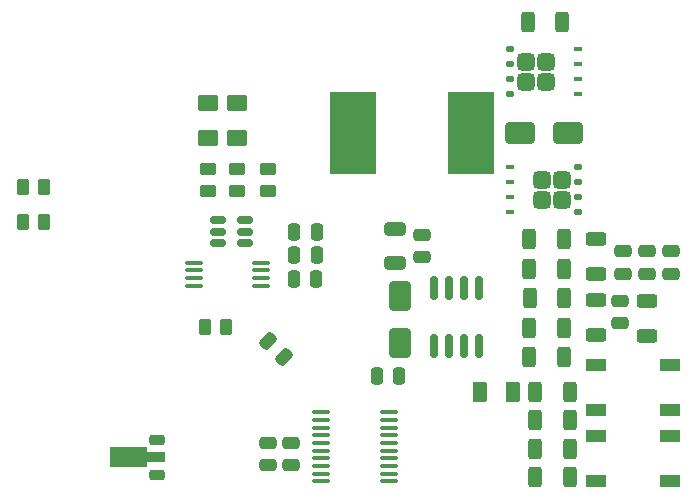
<source format=gtp>
%TF.GenerationSoftware,KiCad,Pcbnew,7.0.11-7.0.11~ubuntu22.04.1*%
%TF.CreationDate,2024-07-12T12:17:06+05:30*%
%TF.ProjectId,goodtorch,676f6f64-746f-4726-9368-2e6b69636164,rev?*%
%TF.SameCoordinates,Original*%
%TF.FileFunction,Paste,Top*%
%TF.FilePolarity,Positive*%
%FSLAX46Y46*%
G04 Gerber Fmt 4.6, Leading zero omitted, Abs format (unit mm)*
G04 Created by KiCad (PCBNEW 7.0.11-7.0.11~ubuntu22.04.1) date 2024-07-12 12:17:06*
%MOMM*%
%LPD*%
G01*
G04 APERTURE LIST*
G04 Aperture macros list*
%AMRoundRect*
0 Rectangle with rounded corners*
0 $1 Rounding radius*
0 $2 $3 $4 $5 $6 $7 $8 $9 X,Y pos of 4 corners*
0 Add a 4 corners polygon primitive as box body*
4,1,4,$2,$3,$4,$5,$6,$7,$8,$9,$2,$3,0*
0 Add four circle primitives for the rounded corners*
1,1,$1+$1,$2,$3*
1,1,$1+$1,$4,$5*
1,1,$1+$1,$6,$7*
1,1,$1+$1,$8,$9*
0 Add four rect primitives between the rounded corners*
20,1,$1+$1,$2,$3,$4,$5,0*
20,1,$1+$1,$4,$5,$6,$7,0*
20,1,$1+$1,$6,$7,$8,$9,0*
20,1,$1+$1,$8,$9,$2,$3,0*%
%AMFreePoly0*
4,1,9,3.862500,-0.866500,0.737500,-0.866500,0.737500,-0.450000,-0.737500,-0.450000,-0.737500,0.450000,0.737500,0.450000,0.737500,0.866500,3.862500,0.866500,3.862500,-0.866500,3.862500,-0.866500,$1*%
G04 Aperture macros list end*
%ADD10R,1.700000X1.000000*%
%ADD11RoundRect,0.250000X0.312500X0.625000X-0.312500X0.625000X-0.312500X-0.625000X0.312500X-0.625000X0*%
%ADD12RoundRect,0.250000X-0.475000X0.250000X-0.475000X-0.250000X0.475000X-0.250000X0.475000X0.250000X0*%
%ADD13RoundRect,0.250000X-0.312500X-0.625000X0.312500X-0.625000X0.312500X0.625000X-0.312500X0.625000X0*%
%ADD14RoundRect,0.250000X0.512652X0.159099X0.159099X0.512652X-0.512652X-0.159099X-0.159099X-0.512652X0*%
%ADD15RoundRect,0.100000X-0.637500X-0.100000X0.637500X-0.100000X0.637500X0.100000X-0.637500X0.100000X0*%
%ADD16RoundRect,0.250000X0.450000X-0.262500X0.450000X0.262500X-0.450000X0.262500X-0.450000X-0.262500X0*%
%ADD17RoundRect,0.250000X0.650000X-0.325000X0.650000X0.325000X-0.650000X0.325000X-0.650000X-0.325000X0*%
%ADD18RoundRect,0.250000X-0.450000X0.262500X-0.450000X-0.262500X0.450000X-0.262500X0.450000X0.262500X0*%
%ADD19RoundRect,0.250000X-0.650000X1.000000X-0.650000X-1.000000X0.650000X-1.000000X0.650000X1.000000X0*%
%ADD20RoundRect,0.375000X0.375000X0.375000X-0.375000X0.375000X-0.375000X-0.375000X0.375000X-0.375000X0*%
%ADD21RoundRect,0.125000X0.250000X0.125000X-0.250000X0.125000X-0.250000X-0.125000X0.250000X-0.125000X0*%
%ADD22RoundRect,0.100000X0.275000X0.100000X-0.275000X0.100000X-0.275000X-0.100000X0.275000X-0.100000X0*%
%ADD23RoundRect,0.225000X0.425000X0.225000X-0.425000X0.225000X-0.425000X-0.225000X0.425000X-0.225000X0*%
%ADD24FreePoly0,180.000000*%
%ADD25RoundRect,0.250000X0.250000X0.475000X-0.250000X0.475000X-0.250000X-0.475000X0.250000X-0.475000X0*%
%ADD26RoundRect,0.100000X0.637500X0.100000X-0.637500X0.100000X-0.637500X-0.100000X0.637500X-0.100000X0*%
%ADD27RoundRect,0.250000X0.262500X0.450000X-0.262500X0.450000X-0.262500X-0.450000X0.262500X-0.450000X0*%
%ADD28RoundRect,0.250001X0.624999X-0.462499X0.624999X0.462499X-0.624999X0.462499X-0.624999X-0.462499X0*%
%ADD29R,4.000000X7.000000*%
%ADD30RoundRect,0.250000X0.625000X-0.312500X0.625000X0.312500X-0.625000X0.312500X-0.625000X-0.312500X0*%
%ADD31RoundRect,0.250000X-0.625000X0.312500X-0.625000X-0.312500X0.625000X-0.312500X0.625000X0.312500X0*%
%ADD32RoundRect,0.250000X0.375000X0.625000X-0.375000X0.625000X-0.375000X-0.625000X0.375000X-0.625000X0*%
%ADD33RoundRect,0.150000X0.150000X-0.825000X0.150000X0.825000X-0.150000X0.825000X-0.150000X-0.825000X0*%
%ADD34RoundRect,0.150000X-0.512500X-0.150000X0.512500X-0.150000X0.512500X0.150000X-0.512500X0.150000X0*%
%ADD35RoundRect,0.375000X-0.375000X-0.375000X0.375000X-0.375000X0.375000X0.375000X-0.375000X0.375000X0*%
%ADD36RoundRect,0.125000X-0.250000X-0.125000X0.250000X-0.125000X0.250000X0.125000X-0.250000X0.125000X0*%
%ADD37RoundRect,0.100000X-0.275000X-0.100000X0.275000X-0.100000X0.275000X0.100000X-0.275000X0.100000X0*%
%ADD38RoundRect,0.250000X0.475000X-0.250000X0.475000X0.250000X-0.475000X0.250000X-0.475000X-0.250000X0*%
%ADD39RoundRect,0.250000X-0.262500X-0.450000X0.262500X-0.450000X0.262500X0.450000X-0.262500X0.450000X0*%
%ADD40RoundRect,0.250000X1.000000X0.650000X-1.000000X0.650000X-1.000000X-0.650000X1.000000X-0.650000X0*%
G04 APERTURE END LIST*
D10*
%TO.C,SW1*%
X136190000Y-76675000D03*
X142490000Y-76675000D03*
X136190000Y-80475000D03*
X142490000Y-80475000D03*
%TD*%
D11*
%TO.C,R5*%
X133962500Y-83746666D03*
X131037500Y-83746666D03*
%TD*%
D12*
%TO.C,C24*%
X138510000Y-67050000D03*
X138510000Y-68950000D03*
%TD*%
D13*
%TO.C,R3*%
X130537500Y-76000000D03*
X133462500Y-76000000D03*
%TD*%
D14*
%TO.C,C16*%
X109771751Y-75971751D03*
X108428249Y-74628249D03*
%TD*%
D15*
%TO.C,U1*%
X112937500Y-80675000D03*
X112937500Y-81325000D03*
X112937500Y-81975000D03*
X112937500Y-82625000D03*
X112937500Y-83275000D03*
X112937500Y-83925000D03*
X112937500Y-84575000D03*
X112937500Y-85225000D03*
X112937500Y-85875000D03*
X112937500Y-86525000D03*
X118662500Y-86525000D03*
X118662500Y-85875000D03*
X118662500Y-85225000D03*
X118662500Y-84575000D03*
X118662500Y-83925000D03*
X118662500Y-83275000D03*
X118662500Y-82625000D03*
X118662500Y-81975000D03*
X118662500Y-81325000D03*
X118662500Y-80675000D03*
%TD*%
D11*
%TO.C,R10*%
X133462500Y-68537500D03*
X130537500Y-68537500D03*
%TD*%
D16*
%TO.C,R21*%
X108400000Y-61912500D03*
X108400000Y-60087500D03*
%TD*%
D17*
%TO.C,C14*%
X119200000Y-68075000D03*
X119200000Y-65125000D03*
%TD*%
D18*
%TO.C,R18*%
X105800000Y-60087500D03*
X105800000Y-61912500D03*
%TD*%
D19*
%TO.C,D4*%
X119600000Y-70800000D03*
X119600000Y-74800000D03*
%TD*%
D11*
%TO.C,R4*%
X133962500Y-79000000D03*
X131037500Y-79000000D03*
%TD*%
D13*
%TO.C,R13*%
X130437500Y-47650000D03*
X133362500Y-47650000D03*
%TD*%
D20*
%TO.C,Q3*%
X132000000Y-52700000D03*
X132000000Y-51000000D03*
X130300000Y-52700000D03*
X130300000Y-51000000D03*
D21*
X128895000Y-53755000D03*
X128895000Y-52485000D03*
X128895000Y-51215000D03*
X128895000Y-49945000D03*
D22*
X134700000Y-53755000D03*
X134700000Y-52485000D03*
X134700000Y-51215000D03*
X134700000Y-49945000D03*
%TD*%
D23*
%TO.C,U4*%
X99000000Y-86000000D03*
D24*
X98912500Y-84500000D03*
D23*
X99000000Y-83000000D03*
%TD*%
D25*
%TO.C,C9*%
X112550000Y-67400000D03*
X110650000Y-67400000D03*
%TD*%
D13*
%TO.C,R2*%
X130537500Y-73512500D03*
X133462500Y-73512500D03*
%TD*%
D11*
%TO.C,R1*%
X133962500Y-81373333D03*
X131037500Y-81373333D03*
%TD*%
D18*
%TO.C,R12*%
X103312500Y-60087500D03*
X103312500Y-61912500D03*
%TD*%
D26*
%TO.C,U6*%
X107862500Y-69975000D03*
X107862500Y-69325000D03*
X107862500Y-68675000D03*
X107862500Y-68025000D03*
X102137500Y-68025000D03*
X102137500Y-68675000D03*
X102137500Y-69325000D03*
X102137500Y-69975000D03*
%TD*%
D11*
%TO.C,R7*%
X133962500Y-86120000D03*
X131037500Y-86120000D03*
%TD*%
D12*
%TO.C,C25*%
X142520000Y-67050000D03*
X142520000Y-68950000D03*
%TD*%
D27*
%TO.C,R8*%
X89485007Y-64593449D03*
X87660007Y-64593449D03*
%TD*%
D12*
%TO.C,C7*%
X108400000Y-83250000D03*
X108400000Y-85150000D03*
%TD*%
D11*
%TO.C,R14*%
X133462500Y-66050000D03*
X130537500Y-66050000D03*
%TD*%
D27*
%TO.C,R6*%
X89485007Y-61643449D03*
X87660007Y-61643449D03*
%TD*%
D12*
%TO.C,C20*%
X138270000Y-71222500D03*
X138270000Y-73122500D03*
%TD*%
%TO.C,C26*%
X140520000Y-67050000D03*
X140520000Y-68950000D03*
%TD*%
D25*
%TO.C,C11*%
X112550000Y-65400000D03*
X110650000Y-65400000D03*
%TD*%
D28*
%TO.C,D6*%
X103312500Y-57487500D03*
X103312500Y-54512500D03*
%TD*%
D29*
%TO.C,L1*%
X125600000Y-57000000D03*
X115600000Y-57000000D03*
%TD*%
D30*
%TO.C,R17*%
X136170000Y-74135000D03*
X136170000Y-71210000D03*
%TD*%
D10*
%TO.C,SW2*%
X136190000Y-82715000D03*
X142490000Y-82715000D03*
X136190000Y-86515000D03*
X142490000Y-86515000D03*
%TD*%
D12*
%TO.C,C2*%
X110400000Y-83250000D03*
X110400000Y-85150000D03*
%TD*%
D30*
%TO.C,R16*%
X136180000Y-68932500D03*
X136180000Y-66007500D03*
%TD*%
D31*
%TO.C,R15*%
X140520000Y-71272500D03*
X140520000Y-74197500D03*
%TD*%
D32*
%TO.C,D1*%
X129150000Y-79000000D03*
X126350000Y-79000000D03*
%TD*%
D33*
%TO.C,U3*%
X122495000Y-75075000D03*
X123765000Y-75075000D03*
X125035000Y-75075000D03*
X126305000Y-75075000D03*
X126305000Y-70125000D03*
X125035000Y-70125000D03*
X123765000Y-70125000D03*
X122495000Y-70125000D03*
%TD*%
D34*
%TO.C,U5*%
X104175000Y-64425000D03*
X104175000Y-65375000D03*
X104175000Y-66325000D03*
X106450000Y-66325000D03*
X106450000Y-65375000D03*
X106450000Y-64425000D03*
%TD*%
D35*
%TO.C,Q4*%
X131600000Y-61000000D03*
X131600000Y-62700000D03*
X133300000Y-61000000D03*
X133300000Y-62700000D03*
D36*
X134705000Y-59945000D03*
X134705000Y-61215000D03*
X134705000Y-62485000D03*
X134705000Y-63755000D03*
D37*
X128900000Y-59945000D03*
X128900000Y-61215000D03*
X128900000Y-62485000D03*
X128900000Y-63755000D03*
%TD*%
D25*
%TO.C,C13*%
X112500000Y-69400000D03*
X110600000Y-69400000D03*
%TD*%
D38*
%TO.C,C27*%
X121500000Y-67550000D03*
X121500000Y-65650000D03*
%TD*%
D39*
%TO.C,R20*%
X103087500Y-73500000D03*
X104912500Y-73500000D03*
%TD*%
D25*
%TO.C,C1*%
X119550000Y-77600000D03*
X117650000Y-77600000D03*
%TD*%
D40*
%TO.C,D3*%
X133800000Y-57050000D03*
X129800000Y-57050000D03*
%TD*%
D11*
%TO.C,R9*%
X133500000Y-71025000D03*
X130575000Y-71025000D03*
%TD*%
D28*
%TO.C,D7*%
X105800000Y-57487500D03*
X105800000Y-54512500D03*
%TD*%
M02*

</source>
